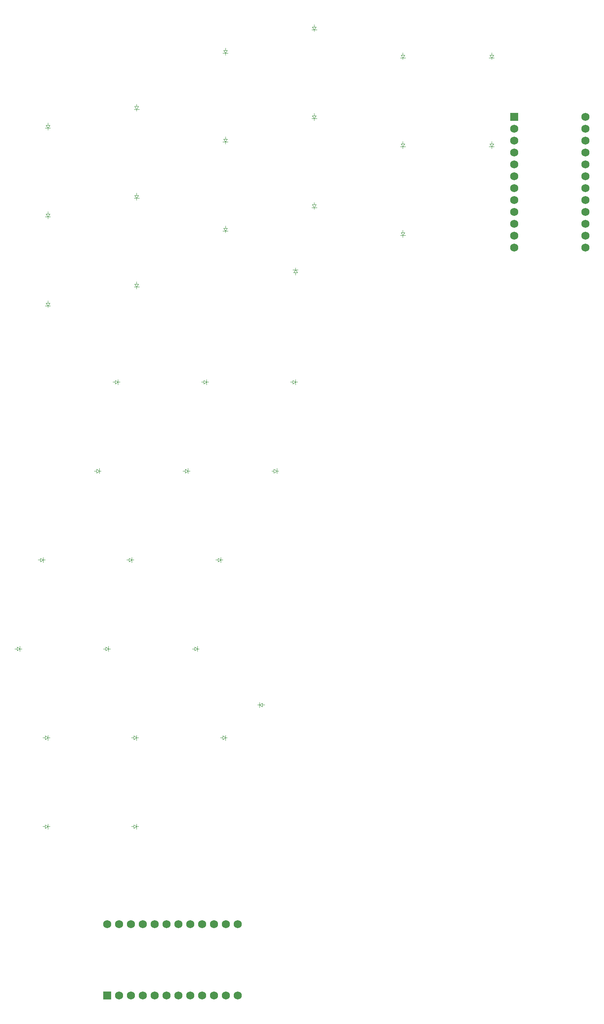
<source format=gbr>
%TF.GenerationSoftware,KiCad,Pcbnew,(6.0.7)*%
%TF.CreationDate,2022-08-26T13:32:48+02:00*%
%TF.ProjectId,lenz03_wired,6c656e7a-3033-45f7-9769-7265642e6b69,v1.0.0*%
%TF.SameCoordinates,Original*%
%TF.FileFunction,Legend,Bot*%
%TF.FilePolarity,Positive*%
%FSLAX46Y46*%
G04 Gerber Fmt 4.6, Leading zero omitted, Abs format (unit mm)*
G04 Created by KiCad (PCBNEW (6.0.7)) date 2022-08-26 13:32:48*
%MOMM*%
%LPD*%
G01*
G04 APERTURE LIST*
%ADD10C,0.100000*%
%ADD11R,1.752600X1.752600*%
%ADD12C,1.752600*%
G04 APERTURE END LIST*
D10*
%TO.C,D26*%
X49011000Y-138712000D02*
X49011000Y-138162000D01*
X49011000Y-138712000D02*
X49011000Y-139262000D01*
X49411000Y-138712000D02*
X49011000Y-138712000D01*
X48411000Y-138312000D02*
X49011000Y-138712000D01*
X49011000Y-138712000D02*
X48411000Y-139112000D01*
X48411000Y-139112000D02*
X48411000Y-138312000D01*
X48411000Y-138712000D02*
X47911000Y-138712000D01*
%TO.C,D1*%
X31010000Y-84387000D02*
X30460000Y-84387000D01*
X31010000Y-84787000D02*
X31010000Y-84387000D01*
X31010000Y-84387000D02*
X30610000Y-83787000D01*
X30610000Y-83787000D02*
X31410000Y-83787000D01*
X31010000Y-83787000D02*
X31010000Y-83287000D01*
X31010000Y-84387000D02*
X31560000Y-84387000D01*
X31410000Y-83787000D02*
X31010000Y-84387000D01*
%TO.C,D12*%
X88010000Y-25787000D02*
X88010000Y-25387000D01*
X87610000Y-24787000D02*
X88410000Y-24787000D01*
X88010000Y-24787000D02*
X88010000Y-24287000D01*
X88010000Y-25387000D02*
X88560000Y-25387000D01*
X88010000Y-25387000D02*
X87610000Y-24787000D01*
X88410000Y-24787000D02*
X88010000Y-25387000D01*
X88010000Y-25387000D02*
X87460000Y-25387000D01*
%TO.C,D17*%
X126010000Y-31787000D02*
X126010000Y-31387000D01*
X125610000Y-30787000D02*
X126410000Y-30787000D01*
X126410000Y-30787000D02*
X126010000Y-31387000D01*
X126010000Y-30787000D02*
X126010000Y-30287000D01*
X126010000Y-31387000D02*
X125460000Y-31387000D01*
X126010000Y-31387000D02*
X125610000Y-30787000D01*
X126010000Y-31387000D02*
X126560000Y-31387000D01*
%TO.C,D19*%
X84411000Y-100712000D02*
X84011000Y-100712000D01*
X84011000Y-100712000D02*
X84011000Y-100162000D01*
X83411000Y-100312000D02*
X84011000Y-100712000D01*
X84011000Y-100712000D02*
X84011000Y-101262000D01*
X84011000Y-100712000D02*
X83411000Y-101112000D01*
X83411000Y-101112000D02*
X83411000Y-100312000D01*
X83411000Y-100712000D02*
X82911000Y-100712000D01*
%TO.C,D32*%
X49411000Y-176712000D02*
X48911000Y-176712000D01*
X49411000Y-177112000D02*
X49411000Y-176312000D01*
X50011000Y-176712000D02*
X49411000Y-177112000D01*
X50011000Y-176712000D02*
X50011000Y-177262000D01*
X50011000Y-176712000D02*
X50011000Y-176162000D01*
X50411000Y-176712000D02*
X50011000Y-176712000D01*
X49411000Y-176312000D02*
X50011000Y-176712000D01*
%TO.C,D3*%
X31010000Y-45787000D02*
X31010000Y-45287000D01*
X31010000Y-46387000D02*
X31560000Y-46387000D01*
X31010000Y-46387000D02*
X30610000Y-45787000D01*
X31010000Y-46787000D02*
X31010000Y-46387000D01*
X31010000Y-46387000D02*
X30460000Y-46387000D01*
X30610000Y-45787000D02*
X31410000Y-45787000D01*
X31410000Y-45787000D02*
X31010000Y-46387000D01*
%TO.C,D10*%
X88410000Y-62787000D02*
X88010000Y-63387000D01*
X88010000Y-63387000D02*
X87610000Y-62787000D01*
X88010000Y-63787000D02*
X88010000Y-63387000D01*
X87610000Y-62787000D02*
X88410000Y-62787000D01*
X88010000Y-63387000D02*
X88560000Y-63387000D01*
X88010000Y-63387000D02*
X87460000Y-63387000D01*
X88010000Y-62787000D02*
X88010000Y-62287000D01*
%TO.C,D11*%
X88010000Y-44387000D02*
X88560000Y-44387000D01*
X88410000Y-43787000D02*
X88010000Y-44387000D01*
X88010000Y-44387000D02*
X87610000Y-43787000D01*
X88010000Y-44387000D02*
X87460000Y-44387000D01*
X88010000Y-44787000D02*
X88010000Y-44387000D01*
X88010000Y-43787000D02*
X88010000Y-43287000D01*
X87610000Y-43787000D02*
X88410000Y-43787000D01*
%TO.C,D18*%
X83610000Y-77287000D02*
X84010000Y-76687000D01*
X84010000Y-76687000D02*
X84560000Y-76687000D01*
X84010000Y-76687000D02*
X84410000Y-77287000D01*
X84010000Y-76687000D02*
X83460000Y-76687000D01*
X84010000Y-76287000D02*
X84010000Y-76687000D01*
X84410000Y-77287000D02*
X83610000Y-77287000D01*
X84010000Y-77287000D02*
X84010000Y-77787000D01*
%TO.C,D15*%
X107010000Y-31387000D02*
X106610000Y-30787000D01*
X107410000Y-30787000D02*
X107010000Y-31387000D01*
X107010000Y-31787000D02*
X107010000Y-31387000D01*
X107010000Y-31387000D02*
X107560000Y-31387000D01*
X106610000Y-30787000D02*
X107410000Y-30787000D01*
X107010000Y-30787000D02*
X107010000Y-30287000D01*
X107010000Y-31387000D02*
X106460000Y-31387000D01*
%TO.C,D23*%
X60411000Y-119312000D02*
X61011000Y-119712000D01*
X61411000Y-119712000D02*
X61011000Y-119712000D01*
X60411000Y-119712000D02*
X59911000Y-119712000D01*
X61011000Y-119712000D02*
X61011000Y-119162000D01*
X60411000Y-120112000D02*
X60411000Y-119312000D01*
X61011000Y-119712000D02*
X61011000Y-120262000D01*
X61011000Y-119712000D02*
X60411000Y-120112000D01*
%TO.C,D16*%
X125610000Y-49787000D02*
X126410000Y-49787000D01*
X126010000Y-50787000D02*
X126010000Y-50387000D01*
X126010000Y-50387000D02*
X126560000Y-50387000D01*
X126010000Y-49787000D02*
X126010000Y-49287000D01*
X126010000Y-50387000D02*
X125460000Y-50387000D01*
X126010000Y-50387000D02*
X125610000Y-49787000D01*
X126410000Y-49787000D02*
X126010000Y-50387000D01*
%TO.C,D24*%
X42011000Y-119712000D02*
X42011000Y-119162000D01*
X42011000Y-119712000D02*
X41411000Y-120112000D01*
X41411000Y-119712000D02*
X40911000Y-119712000D01*
X42011000Y-119712000D02*
X42011000Y-120262000D01*
X41411000Y-119312000D02*
X42011000Y-119712000D01*
X42411000Y-119712000D02*
X42011000Y-119712000D01*
X41411000Y-120112000D02*
X41411000Y-119312000D01*
%TO.C,D22*%
X80411000Y-119712000D02*
X80011000Y-119712000D01*
X80011000Y-119712000D02*
X80011000Y-120262000D01*
X79411000Y-119712000D02*
X78911000Y-119712000D01*
X79411000Y-120112000D02*
X79411000Y-119312000D01*
X79411000Y-119312000D02*
X80011000Y-119712000D01*
X80011000Y-119712000D02*
X80011000Y-119162000D01*
X80011000Y-119712000D02*
X79411000Y-120112000D01*
%TO.C,D20*%
X65011000Y-100712000D02*
X65011000Y-101262000D01*
X65011000Y-100712000D02*
X64411000Y-101112000D01*
X64411000Y-100312000D02*
X65011000Y-100712000D01*
X64411000Y-100712000D02*
X63911000Y-100712000D01*
X65411000Y-100712000D02*
X65011000Y-100712000D01*
X64411000Y-101112000D02*
X64411000Y-100312000D01*
X65011000Y-100712000D02*
X65011000Y-100162000D01*
%TO.C,D9*%
X68610000Y-29787000D02*
X69410000Y-29787000D01*
X69010000Y-29787000D02*
X69010000Y-29287000D01*
X69010000Y-30387000D02*
X69560000Y-30387000D01*
X69010000Y-30387000D02*
X68610000Y-29787000D01*
X69010000Y-30387000D02*
X68460000Y-30387000D01*
X69010000Y-30787000D02*
X69010000Y-30387000D01*
X69410000Y-29787000D02*
X69010000Y-30387000D01*
%TO.C,D8*%
X69010000Y-48787000D02*
X69010000Y-48287000D01*
X69010000Y-49787000D02*
X69010000Y-49387000D01*
X69010000Y-49387000D02*
X69560000Y-49387000D01*
X69010000Y-49387000D02*
X68460000Y-49387000D01*
X69410000Y-48787000D02*
X69010000Y-49387000D01*
X69010000Y-49387000D02*
X68610000Y-48787000D01*
X68610000Y-48787000D02*
X69410000Y-48787000D01*
%TO.C,D25*%
X68011000Y-138712000D02*
X68011000Y-139262000D01*
X68011000Y-138712000D02*
X68011000Y-138162000D01*
X67411000Y-139112000D02*
X67411000Y-138312000D01*
X67411000Y-138312000D02*
X68011000Y-138712000D01*
X68411000Y-138712000D02*
X68011000Y-138712000D01*
X68011000Y-138712000D02*
X67411000Y-139112000D01*
X67411000Y-138712000D02*
X66911000Y-138712000D01*
%TO.C,D7*%
X69010000Y-68387000D02*
X68610000Y-67787000D01*
X69010000Y-68387000D02*
X68460000Y-68387000D01*
X69010000Y-68387000D02*
X69560000Y-68387000D01*
X68610000Y-67787000D02*
X69410000Y-67787000D01*
X69010000Y-68787000D02*
X69010000Y-68387000D01*
X69410000Y-67787000D02*
X69010000Y-68387000D01*
X69010000Y-67787000D02*
X69010000Y-67287000D01*
%TO.C,D27*%
X29411000Y-139112000D02*
X29411000Y-138312000D01*
X29411000Y-138312000D02*
X30011000Y-138712000D01*
X30011000Y-138712000D02*
X30011000Y-138162000D01*
X30011000Y-138712000D02*
X29411000Y-139112000D01*
X30011000Y-138712000D02*
X30011000Y-139262000D01*
X29411000Y-138712000D02*
X28911000Y-138712000D01*
X30411000Y-138712000D02*
X30011000Y-138712000D01*
%TO.C,D13*%
X107410000Y-68787000D02*
X107010000Y-69387000D01*
X106610000Y-68787000D02*
X107410000Y-68787000D01*
X107010000Y-69387000D02*
X107560000Y-69387000D01*
X107010000Y-69387000D02*
X106460000Y-69387000D01*
X107010000Y-69387000D02*
X106610000Y-68787000D01*
X107010000Y-68787000D02*
X107010000Y-68287000D01*
X107010000Y-69787000D02*
X107010000Y-69387000D01*
%TO.C,D21*%
X46011000Y-100712000D02*
X46011000Y-101262000D01*
X45411000Y-100712000D02*
X44911000Y-100712000D01*
X45411000Y-101112000D02*
X45411000Y-100312000D01*
X45411000Y-100312000D02*
X46011000Y-100712000D01*
X46411000Y-100712000D02*
X46011000Y-100712000D01*
X46011000Y-100712000D02*
X46011000Y-100162000D01*
X46011000Y-100712000D02*
X45411000Y-101112000D01*
%TO.C,D5*%
X50010000Y-61387000D02*
X49610000Y-60787000D01*
X49610000Y-60787000D02*
X50410000Y-60787000D01*
X50010000Y-60787000D02*
X50010000Y-60287000D01*
X50010000Y-61387000D02*
X49460000Y-61387000D01*
X50010000Y-61387000D02*
X50560000Y-61387000D01*
X50410000Y-60787000D02*
X50010000Y-61387000D01*
X50010000Y-61787000D02*
X50010000Y-61387000D01*
%TO.C,D33*%
X31011000Y-176712000D02*
X30411000Y-177112000D01*
X30411000Y-176312000D02*
X31011000Y-176712000D01*
X30411000Y-177112000D02*
X30411000Y-176312000D01*
X31411000Y-176712000D02*
X31011000Y-176712000D01*
X31011000Y-176712000D02*
X31011000Y-177262000D01*
X30411000Y-176712000D02*
X29911000Y-176712000D01*
X31011000Y-176712000D02*
X31011000Y-176162000D01*
%TO.C,D30*%
X24411000Y-157712000D02*
X23911000Y-157712000D01*
X25011000Y-157712000D02*
X25011000Y-157162000D01*
X24411000Y-158112000D02*
X24411000Y-157312000D01*
X25011000Y-157712000D02*
X25011000Y-158262000D01*
X25411000Y-157712000D02*
X25011000Y-157712000D01*
X24411000Y-157312000D02*
X25011000Y-157712000D01*
X25011000Y-157712000D02*
X24411000Y-158112000D01*
%TO.C,D6*%
X50010000Y-42387000D02*
X50560000Y-42387000D01*
X50010000Y-41787000D02*
X50010000Y-41287000D01*
X50010000Y-42787000D02*
X50010000Y-42387000D01*
X50410000Y-41787000D02*
X50010000Y-42387000D01*
X50010000Y-42387000D02*
X49610000Y-41787000D01*
X50010000Y-42387000D02*
X49460000Y-42387000D01*
X49610000Y-41787000D02*
X50410000Y-41787000D01*
%TO.C,D14*%
X107010000Y-49787000D02*
X107010000Y-49287000D01*
X107010000Y-50387000D02*
X106610000Y-49787000D01*
X107010000Y-50387000D02*
X107560000Y-50387000D01*
X106610000Y-49787000D02*
X107410000Y-49787000D01*
X107010000Y-50787000D02*
X107010000Y-50387000D01*
X107410000Y-49787000D02*
X107010000Y-50387000D01*
X107010000Y-50387000D02*
X106460000Y-50387000D01*
%TO.C,D35*%
X31411000Y-195712000D02*
X31011000Y-195712000D01*
X30411000Y-195712000D02*
X29911000Y-195712000D01*
X31011000Y-195712000D02*
X30411000Y-196112000D01*
X30411000Y-196112000D02*
X30411000Y-195312000D01*
X31011000Y-195712000D02*
X31011000Y-196262000D01*
X30411000Y-195312000D02*
X31011000Y-195712000D01*
X31011000Y-195712000D02*
X31011000Y-195162000D01*
%TO.C,D28*%
X62411000Y-157312000D02*
X63011000Y-157712000D01*
X63011000Y-157712000D02*
X62411000Y-158112000D01*
X62411000Y-157712000D02*
X61911000Y-157712000D01*
X63011000Y-157712000D02*
X63011000Y-158262000D01*
X63411000Y-157712000D02*
X63011000Y-157712000D01*
X62411000Y-158112000D02*
X62411000Y-157312000D01*
X63011000Y-157712000D02*
X63011000Y-157162000D01*
%TO.C,D31*%
X69011000Y-176712000D02*
X69011000Y-177262000D01*
X68411000Y-177112000D02*
X68411000Y-176312000D01*
X68411000Y-176712000D02*
X67911000Y-176712000D01*
X69011000Y-176712000D02*
X69011000Y-176162000D01*
X69011000Y-176712000D02*
X68411000Y-177112000D01*
X69411000Y-176712000D02*
X69011000Y-176712000D01*
X68411000Y-176312000D02*
X69011000Y-176712000D01*
%TO.C,D4*%
X50010000Y-80387000D02*
X49610000Y-79787000D01*
X50010000Y-79787000D02*
X50010000Y-79287000D01*
X50010000Y-80387000D02*
X49460000Y-80387000D01*
X50010000Y-80387000D02*
X50560000Y-80387000D01*
X49610000Y-79787000D02*
X50410000Y-79787000D01*
X50410000Y-79787000D02*
X50010000Y-80387000D01*
X50010000Y-80787000D02*
X50010000Y-80387000D01*
%TO.C,D34*%
X49411000Y-195712000D02*
X48911000Y-195712000D01*
X49411000Y-195312000D02*
X50011000Y-195712000D01*
X50011000Y-195712000D02*
X49411000Y-196112000D01*
X50011000Y-195712000D02*
X50011000Y-195162000D01*
X49411000Y-196112000D02*
X49411000Y-195312000D01*
X50011000Y-195712000D02*
X50011000Y-196262000D01*
X50411000Y-195712000D02*
X50011000Y-195712000D01*
%TO.C,D29*%
X44011000Y-157712000D02*
X44011000Y-158262000D01*
X43411000Y-157712000D02*
X42911000Y-157712000D01*
X43411000Y-158112000D02*
X43411000Y-157312000D01*
X44411000Y-157712000D02*
X44011000Y-157712000D01*
X44011000Y-157712000D02*
X44011000Y-157162000D01*
X44011000Y-157712000D02*
X43411000Y-158112000D01*
X43411000Y-157312000D02*
X44011000Y-157712000D01*
%TO.C,D36*%
X76311000Y-169712000D02*
X76911000Y-169312000D01*
X76311000Y-169712000D02*
X76311000Y-169162000D01*
X76311000Y-169712000D02*
X76311000Y-170262000D01*
X76911000Y-170112000D02*
X76311000Y-169712000D01*
X76911000Y-169712000D02*
X77411000Y-169712000D01*
X76911000Y-169312000D02*
X76911000Y-170112000D01*
X75911000Y-169712000D02*
X76311000Y-169712000D01*
%TO.C,D2*%
X30610000Y-64787000D02*
X31410000Y-64787000D01*
X31010000Y-65387000D02*
X30610000Y-64787000D01*
X31010000Y-65387000D02*
X31560000Y-65387000D01*
X31010000Y-64787000D02*
X31010000Y-64287000D01*
X31010000Y-65387000D02*
X30460000Y-65387000D01*
X31010000Y-65787000D02*
X31010000Y-65387000D01*
X31410000Y-64787000D02*
X31010000Y-65387000D01*
%TD*%
D11*
%TO.C,MCU1*%
X130890000Y-44067000D03*
D12*
X130890000Y-46607000D03*
X130890000Y-49147000D03*
X130890000Y-51687000D03*
X130890000Y-54227000D03*
X130890000Y-56767000D03*
X130890000Y-59307000D03*
X130890000Y-61847000D03*
X130890000Y-64387000D03*
X130890000Y-66927000D03*
X130890000Y-69467000D03*
X130890000Y-72007000D03*
X146130000Y-44067000D03*
X146130000Y-46607000D03*
X146130000Y-49147000D03*
X146130000Y-51687000D03*
X146130000Y-54227000D03*
X146130000Y-56767000D03*
X146130000Y-59307000D03*
X146130000Y-61847000D03*
X146130000Y-64387000D03*
X146130000Y-66927000D03*
X146130000Y-69467000D03*
X146130000Y-72007000D03*
%TD*%
D11*
%TO.C,MCU2*%
X43691000Y-231832000D03*
D12*
X46231000Y-231832000D03*
X48771000Y-231832000D03*
X51311000Y-231832000D03*
X53851000Y-231832000D03*
X56391000Y-231832000D03*
X58931000Y-231832000D03*
X61471000Y-231832000D03*
X64011000Y-231832000D03*
X66551000Y-231832000D03*
X69091000Y-231832000D03*
X71631000Y-231832000D03*
X43691000Y-216592000D03*
X46231000Y-216592000D03*
X48771000Y-216592000D03*
X51311000Y-216592000D03*
X53851000Y-216592000D03*
X56391000Y-216592000D03*
X58931000Y-216592000D03*
X61471000Y-216592000D03*
X64011000Y-216592000D03*
X66551000Y-216592000D03*
X69091000Y-216592000D03*
X71631000Y-216592000D03*
%TD*%
M02*

</source>
